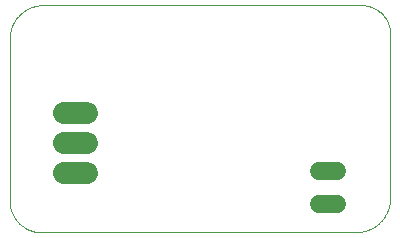
<source format=gbl>
G75*
%MOIN*%
%OFA0B0*%
%FSLAX25Y25*%
%IPPOS*%
%LPD*%
%AMOC8*
5,1,8,0,0,1.08239X$1,22.5*
%
%ADD10C,0.00000*%
%ADD11C,0.06000*%
%ADD12C,0.07400*%
D10*
X0011630Y0001252D02*
X0116327Y0001252D01*
X0116607Y0001255D01*
X0116887Y0001266D01*
X0117167Y0001282D01*
X0117446Y0001306D01*
X0117725Y0001337D01*
X0118002Y0001374D01*
X0118279Y0001417D01*
X0118555Y0001468D01*
X0118829Y0001525D01*
X0119102Y0001589D01*
X0119373Y0001659D01*
X0119642Y0001736D01*
X0119910Y0001819D01*
X0120175Y0001909D01*
X0120438Y0002005D01*
X0120699Y0002108D01*
X0120957Y0002217D01*
X0121213Y0002332D01*
X0121465Y0002453D01*
X0121715Y0002580D01*
X0121961Y0002713D01*
X0122205Y0002852D01*
X0122444Y0002997D01*
X0122681Y0003148D01*
X0122913Y0003304D01*
X0123142Y0003466D01*
X0123366Y0003634D01*
X0123587Y0003806D01*
X0123803Y0003985D01*
X0124015Y0004168D01*
X0124223Y0004356D01*
X0124426Y0004549D01*
X0124624Y0004747D01*
X0124817Y0004950D01*
X0125005Y0005158D01*
X0125188Y0005370D01*
X0125367Y0005586D01*
X0125539Y0005807D01*
X0125707Y0006031D01*
X0125869Y0006260D01*
X0126025Y0006492D01*
X0126176Y0006729D01*
X0126321Y0006968D01*
X0126460Y0007212D01*
X0126593Y0007458D01*
X0126720Y0007708D01*
X0126841Y0007960D01*
X0126956Y0008216D01*
X0127065Y0008474D01*
X0127168Y0008735D01*
X0127264Y0008998D01*
X0127354Y0009263D01*
X0127437Y0009531D01*
X0127514Y0009800D01*
X0127584Y0010071D01*
X0127648Y0010344D01*
X0127705Y0010618D01*
X0127756Y0010894D01*
X0127799Y0011171D01*
X0127836Y0011448D01*
X0127867Y0011727D01*
X0127891Y0012006D01*
X0127907Y0012286D01*
X0127918Y0012566D01*
X0127921Y0012846D01*
X0127921Y0067319D01*
X0127922Y0067319D02*
X0127919Y0067552D01*
X0127911Y0067784D01*
X0127897Y0068017D01*
X0127877Y0068249D01*
X0127852Y0068480D01*
X0127821Y0068711D01*
X0127784Y0068941D01*
X0127743Y0069170D01*
X0127695Y0069398D01*
X0127642Y0069625D01*
X0127584Y0069850D01*
X0127520Y0070074D01*
X0127450Y0070296D01*
X0127376Y0070517D01*
X0127296Y0070735D01*
X0127211Y0070952D01*
X0127120Y0071166D01*
X0127025Y0071379D01*
X0126924Y0071589D01*
X0126818Y0071796D01*
X0126708Y0072001D01*
X0126592Y0072203D01*
X0126472Y0072402D01*
X0126347Y0072599D01*
X0126217Y0072792D01*
X0126082Y0072982D01*
X0125943Y0073168D01*
X0125799Y0073352D01*
X0125651Y0073531D01*
X0125499Y0073708D01*
X0125343Y0073880D01*
X0125182Y0074048D01*
X0125017Y0074213D01*
X0124849Y0074374D01*
X0124677Y0074530D01*
X0124500Y0074682D01*
X0124321Y0074830D01*
X0124137Y0074974D01*
X0123951Y0075113D01*
X0123761Y0075248D01*
X0123568Y0075378D01*
X0123371Y0075503D01*
X0123172Y0075623D01*
X0122970Y0075739D01*
X0122765Y0075849D01*
X0122558Y0075955D01*
X0122348Y0076056D01*
X0122135Y0076151D01*
X0121921Y0076242D01*
X0121704Y0076327D01*
X0121486Y0076407D01*
X0121265Y0076481D01*
X0121043Y0076551D01*
X0120819Y0076615D01*
X0120594Y0076673D01*
X0120367Y0076726D01*
X0120139Y0076774D01*
X0119910Y0076815D01*
X0119680Y0076852D01*
X0119449Y0076883D01*
X0119218Y0076908D01*
X0118986Y0076928D01*
X0118753Y0076942D01*
X0118521Y0076950D01*
X0118288Y0076953D01*
X0012221Y0076953D01*
X0011950Y0076950D01*
X0011679Y0076940D01*
X0011408Y0076924D01*
X0011138Y0076901D01*
X0010868Y0076871D01*
X0010600Y0076835D01*
X0010332Y0076793D01*
X0010065Y0076744D01*
X0009800Y0076689D01*
X0009536Y0076627D01*
X0009273Y0076559D01*
X0009012Y0076484D01*
X0008754Y0076404D01*
X0008497Y0076317D01*
X0008242Y0076224D01*
X0007990Y0076125D01*
X0007740Y0076019D01*
X0007492Y0075908D01*
X0007248Y0075791D01*
X0007006Y0075668D01*
X0006768Y0075539D01*
X0006532Y0075404D01*
X0006300Y0075264D01*
X0006072Y0075118D01*
X0005847Y0074967D01*
X0005625Y0074810D01*
X0005408Y0074648D01*
X0005195Y0074481D01*
X0004985Y0074308D01*
X0004780Y0074131D01*
X0004579Y0073949D01*
X0004383Y0073762D01*
X0004191Y0073570D01*
X0004004Y0073374D01*
X0003822Y0073173D01*
X0003645Y0072968D01*
X0003472Y0072758D01*
X0003305Y0072545D01*
X0003143Y0072328D01*
X0002986Y0072106D01*
X0002835Y0071881D01*
X0002689Y0071653D01*
X0002549Y0071421D01*
X0002414Y0071185D01*
X0002285Y0070947D01*
X0002162Y0070705D01*
X0002045Y0070461D01*
X0001934Y0070213D01*
X0001828Y0069963D01*
X0001729Y0069711D01*
X0001636Y0069456D01*
X0001549Y0069199D01*
X0001469Y0068941D01*
X0001394Y0068680D01*
X0001326Y0068417D01*
X0001264Y0068153D01*
X0001209Y0067888D01*
X0001160Y0067621D01*
X0001118Y0067353D01*
X0001082Y0067085D01*
X0001052Y0066815D01*
X0001029Y0066545D01*
X0001013Y0066274D01*
X0001003Y0066003D01*
X0001000Y0065732D01*
X0001000Y0011882D01*
X0001003Y0011621D01*
X0001013Y0011360D01*
X0001029Y0011100D01*
X0001051Y0010840D01*
X0001080Y0010581D01*
X0001115Y0010322D01*
X0001156Y0010065D01*
X0001204Y0009808D01*
X0001258Y0009553D01*
X0001319Y0009299D01*
X0001385Y0009047D01*
X0001458Y0008796D01*
X0001537Y0008548D01*
X0001621Y0008301D01*
X0001712Y0008056D01*
X0001809Y0007814D01*
X0001912Y0007574D01*
X0002021Y0007337D01*
X0002135Y0007103D01*
X0002255Y0006871D01*
X0002381Y0006642D01*
X0002512Y0006417D01*
X0002649Y0006195D01*
X0002791Y0005976D01*
X0002939Y0005761D01*
X0003092Y0005550D01*
X0003250Y0005342D01*
X0003413Y0005138D01*
X0003581Y0004939D01*
X0003754Y0004743D01*
X0003931Y0004552D01*
X0004113Y0004365D01*
X0004300Y0004183D01*
X0004491Y0004006D01*
X0004687Y0003833D01*
X0004886Y0003665D01*
X0005090Y0003502D01*
X0005298Y0003344D01*
X0005509Y0003191D01*
X0005724Y0003043D01*
X0005943Y0002901D01*
X0006165Y0002764D01*
X0006390Y0002633D01*
X0006619Y0002507D01*
X0006851Y0002387D01*
X0007085Y0002273D01*
X0007322Y0002164D01*
X0007562Y0002061D01*
X0007804Y0001964D01*
X0008049Y0001873D01*
X0008296Y0001789D01*
X0008544Y0001710D01*
X0008795Y0001637D01*
X0009047Y0001571D01*
X0009301Y0001510D01*
X0009556Y0001456D01*
X0009813Y0001408D01*
X0010070Y0001367D01*
X0010329Y0001332D01*
X0010588Y0001303D01*
X0010848Y0001281D01*
X0011108Y0001265D01*
X0011369Y0001255D01*
X0011630Y0001252D01*
D11*
X0104000Y0010752D02*
X0110000Y0010752D01*
X0110000Y0021752D02*
X0104000Y0021752D01*
D12*
X0026700Y0021189D02*
X0019300Y0021189D01*
X0019300Y0031189D02*
X0026700Y0031189D01*
X0026700Y0041189D02*
X0019300Y0041189D01*
M02*

</source>
